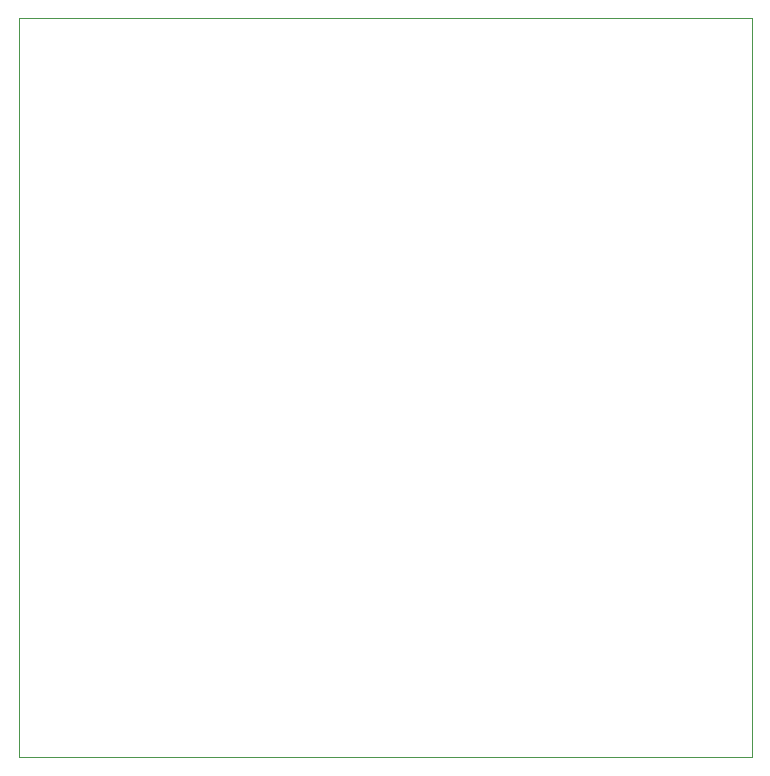
<source format=gm1>
G04 #@! TF.GenerationSoftware,KiCad,Pcbnew,6.0.2-378541a8eb~116~ubuntu20.04.1*
G04 #@! TF.CreationDate,2022-03-07T01:05:26+01:00*
G04 #@! TF.ProjectId,lora_sensor,6c6f7261-5f73-4656-9e73-6f722e6b6963,rev?*
G04 #@! TF.SameCoordinates,Original*
G04 #@! TF.FileFunction,Profile,NP*
%FSLAX46Y46*%
G04 Gerber Fmt 4.6, Leading zero omitted, Abs format (unit mm)*
G04 Created by KiCad (PCBNEW 6.0.2-378541a8eb~116~ubuntu20.04.1) date 2022-03-07 01:05:26*
%MOMM*%
%LPD*%
G01*
G04 APERTURE LIST*
G04 #@! TA.AperFunction,Profile*
%ADD10C,0.100000*%
G04 #@! TD*
G04 APERTURE END LIST*
D10*
X99975000Y-72000000D02*
X162000000Y-72000000D01*
X162000000Y-72000000D02*
X162000000Y-134525000D01*
X162000000Y-134525000D02*
X99975000Y-134525000D01*
X99975000Y-134525000D02*
X99975000Y-72000000D01*
M02*

</source>
